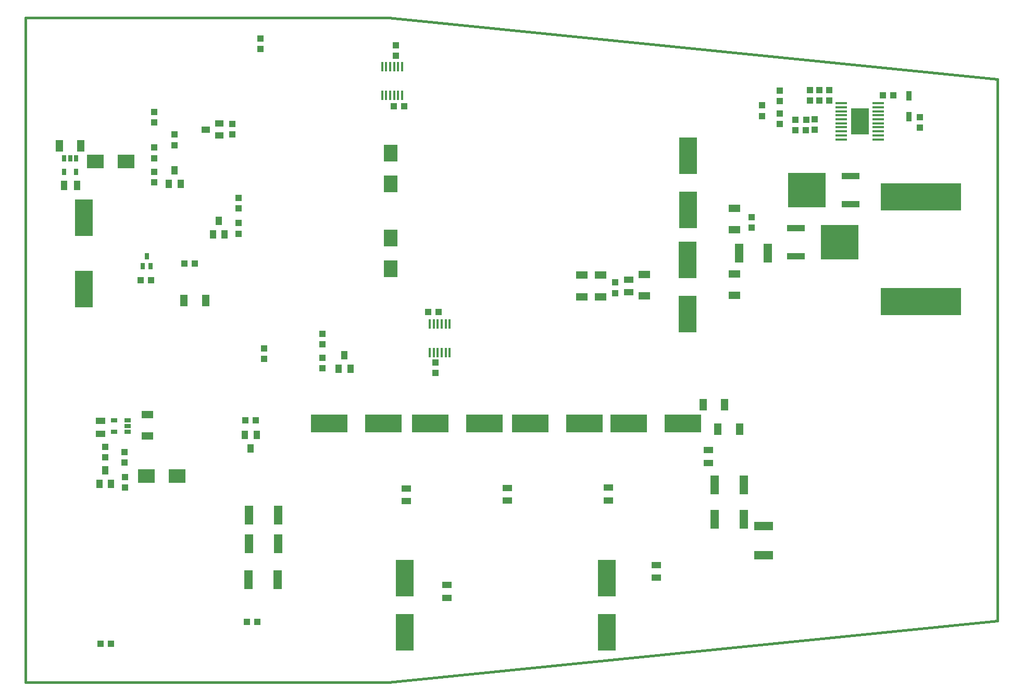
<source format=gtp>
G04 Layer_Color=8421504*
%FSLAX44Y44*%
%MOMM*%
G71*
G01*
G75*
%ADD10R,1.3000X1.9000*%
%ADD11R,1.9000X1.3000*%
%ADD12R,1.0000X1.0000*%
%ADD13R,1.5000X1.0000*%
%ADD14R,6.0000X3.0000*%
%ADD15R,3.0000X6.0000*%
%ADD16R,1.0000X1.0000*%
%ADD17R,1.0000X1.5000*%
%ADD18R,2.8000X2.2000*%
%ADD19R,1.0160X1.4224*%
%ADD20R,0.8128X1.6002*%
%ADD21R,2.2000X2.8000*%
%ADD22R,13.0000X4.5000*%
%ADD23R,2.9000X1.1000*%
%ADD24R,6.2000X5.7000*%
%ADD25R,1.4224X1.0160*%
%ADD26R,0.8000X1.0000*%
%ADD27R,1.1176X1.0160*%
%ADD28R,1.0160X1.1176*%
%ADD29R,1.4224X3.0734*%
%ADD30R,1.1176X0.6604*%
%ADD31R,1.9000X0.4200*%
%ADD32R,3.0000X4.2000*%
%ADD33R,0.4400X1.5500*%
%ADD34R,0.6604X1.1176*%
%ADD35R,3.0734X1.4224*%
%ADD38C,0.4000*%
D10*
X467500Y880000D02*
D03*
X502500D02*
D03*
X1335250Y671500D02*
D03*
X1370250D02*
D03*
X1311500Y711000D02*
D03*
X1346500D02*
D03*
X264500Y1132000D02*
D03*
X299500D02*
D03*
D11*
X1114000Y921500D02*
D03*
Y886500D02*
D03*
X1145000Y921500D02*
D03*
Y886500D02*
D03*
X407750Y695250D02*
D03*
Y660250D02*
D03*
X1362000Y923500D02*
D03*
Y888500D02*
D03*
X1216000Y922500D02*
D03*
Y887500D02*
D03*
X1362000Y995500D02*
D03*
Y1030500D02*
D03*
D12*
X339000Y625500D02*
D03*
Y642500D02*
D03*
X1168000Y909500D02*
D03*
Y892500D02*
D03*
X1390000Y1015500D02*
D03*
Y998500D02*
D03*
X1664000Y1178500D02*
D03*
Y1161500D02*
D03*
X812250Y1278250D02*
D03*
Y1295250D02*
D03*
X1500000Y1222500D02*
D03*
Y1205500D02*
D03*
X1485000D02*
D03*
Y1222500D02*
D03*
X1493000Y1175000D02*
D03*
Y1158000D02*
D03*
X876250Y762500D02*
D03*
Y779500D02*
D03*
X597250Y802750D02*
D03*
Y785750D02*
D03*
X452000Y1150000D02*
D03*
Y1133000D02*
D03*
D13*
X332000Y663750D02*
D03*
Y684750D02*
D03*
X993250Y554750D02*
D03*
Y575750D02*
D03*
X1157250Y555250D02*
D03*
Y576250D02*
D03*
X828500Y554000D02*
D03*
Y575000D02*
D03*
X1235000Y429500D02*
D03*
Y450500D02*
D03*
X895000Y397000D02*
D03*
Y418000D02*
D03*
X1190000Y893500D02*
D03*
Y914500D02*
D03*
X1320000Y616500D02*
D03*
Y637500D02*
D03*
D14*
X1190000Y680750D02*
D03*
X1278000D02*
D03*
X1030500D02*
D03*
X1118500D02*
D03*
X867500D02*
D03*
X955500D02*
D03*
X703750D02*
D03*
X791750D02*
D03*
D15*
X1155000Y429000D02*
D03*
Y341000D02*
D03*
X826500Y429000D02*
D03*
Y341000D02*
D03*
X1286000Y946000D02*
D03*
Y858000D02*
D03*
X1287000Y1028000D02*
D03*
Y1116000D02*
D03*
X305000Y899000D02*
D03*
Y1015000D02*
D03*
D16*
X825250Y1196250D02*
D03*
X808250D02*
D03*
X1603500Y1214000D02*
D03*
X1620500D02*
D03*
X485000Y940500D02*
D03*
X468000D02*
D03*
X1461500Y1157000D02*
D03*
X1478500D02*
D03*
X881500Y862000D02*
D03*
X864500D02*
D03*
D17*
X293750Y1067750D02*
D03*
X272750D02*
D03*
D18*
X406000Y595000D02*
D03*
X456000D02*
D03*
X373250Y1106500D02*
D03*
X323250D02*
D03*
D19*
X339500Y604676D02*
D03*
X349152Y582500D02*
D03*
X330000D02*
D03*
X524000Y1009926D02*
D03*
X533652Y987750D02*
D03*
X514500D02*
D03*
X728250Y791676D02*
D03*
X737902Y769500D02*
D03*
X718750D02*
D03*
X452250Y1091926D02*
D03*
X461902Y1069750D02*
D03*
X442750D02*
D03*
X576000Y639574D02*
D03*
X566348Y661750D02*
D03*
X585500D02*
D03*
D20*
X1646000Y1178982D02*
D03*
Y1213000D02*
D03*
D21*
X803000Y1070000D02*
D03*
Y1120000D02*
D03*
Y982000D02*
D03*
Y932000D02*
D03*
D22*
X1665000Y1049000D02*
D03*
Y879000D02*
D03*
D23*
X1462000Y998360D02*
D03*
Y952640D02*
D03*
X1551000Y1037000D02*
D03*
Y1082720D02*
D03*
D24*
X1533000Y975500D02*
D03*
X1480000Y1059860D02*
D03*
D25*
X503074Y1158250D02*
D03*
X525250Y1167902D02*
D03*
Y1148750D02*
D03*
D26*
X400500Y936500D02*
D03*
X413500D02*
D03*
X407000Y952500D02*
D03*
D27*
X371000Y634136D02*
D03*
Y617000D02*
D03*
X371250Y593386D02*
D03*
Y576250D02*
D03*
X1407000Y1180364D02*
D03*
Y1197500D02*
D03*
X1436000Y1167364D02*
D03*
Y1184500D02*
D03*
X556500Y1047136D02*
D03*
Y1030000D02*
D03*
X1516000Y1205364D02*
D03*
Y1222500D02*
D03*
X1436000Y1204364D02*
D03*
Y1221500D02*
D03*
X556250Y1006136D02*
D03*
Y989000D02*
D03*
X546250Y1167136D02*
D03*
Y1150000D02*
D03*
X591500Y1289364D02*
D03*
Y1306500D02*
D03*
X692750Y826136D02*
D03*
Y809000D02*
D03*
Y787386D02*
D03*
Y770250D02*
D03*
X418750Y1128886D02*
D03*
Y1111750D02*
D03*
X418750Y1089386D02*
D03*
Y1072250D02*
D03*
Y1186886D02*
D03*
Y1169750D02*
D03*
D28*
X349136Y322500D02*
D03*
X332000D02*
D03*
X1478636Y1174000D02*
D03*
X1461500D02*
D03*
X567364Y685750D02*
D03*
X584500D02*
D03*
X569364Y357750D02*
D03*
X586500D02*
D03*
X396864Y913250D02*
D03*
X414000D02*
D03*
D29*
X1377372Y525000D02*
D03*
X1330250D02*
D03*
X1377372Y580250D02*
D03*
X1330250D02*
D03*
X573128Y531250D02*
D03*
X620250D02*
D03*
X573378Y484500D02*
D03*
X620500D02*
D03*
X1416622Y957000D02*
D03*
X1369500D02*
D03*
X572128Y426500D02*
D03*
X619250D02*
D03*
D30*
X376000Y666750D02*
D03*
X353824D02*
D03*
X376000Y676250D02*
D03*
Y685902D02*
D03*
X353824D02*
D03*
D31*
X1536000Y1201000D02*
D03*
Y1194396D02*
D03*
Y1187792D02*
D03*
Y1181442D02*
D03*
Y1174838D02*
D03*
Y1168488D02*
D03*
Y1161884D02*
D03*
Y1155280D02*
D03*
Y1148930D02*
D03*
Y1142326D02*
D03*
X1596000Y1142326D02*
D03*
Y1148930D02*
D03*
Y1155280D02*
D03*
Y1161884D02*
D03*
Y1168488D02*
D03*
Y1174838D02*
D03*
Y1181442D02*
D03*
Y1187792D02*
D03*
Y1194396D02*
D03*
Y1201000D02*
D03*
D32*
X1566000Y1171650D02*
D03*
D33*
X822000Y1260250D02*
D03*
X815500D02*
D03*
X809000D02*
D03*
X802500D02*
D03*
X796000D02*
D03*
X789500D02*
D03*
X822000Y1213750D02*
D03*
X815500D02*
D03*
X809000D02*
D03*
X802500D02*
D03*
X796000D02*
D03*
X789500D02*
D03*
X866750Y795500D02*
D03*
X873250D02*
D03*
X879750D02*
D03*
X886250D02*
D03*
X892750D02*
D03*
X899250D02*
D03*
X866750Y842000D02*
D03*
X873250D02*
D03*
X879750D02*
D03*
X886250D02*
D03*
X892750D02*
D03*
X899250D02*
D03*
D34*
X292000Y1111500D02*
D03*
Y1089324D02*
D03*
X282500Y1111500D02*
D03*
X272848D02*
D03*
Y1089324D02*
D03*
D35*
X1409250Y513622D02*
D03*
Y466500D02*
D03*
D38*
X1790000Y360000D02*
Y1240000D01*
X800000Y1340000D02*
X1790000Y1240000D01*
X210000Y1340000D02*
X800000D01*
Y260000D02*
X1790000Y360000D01*
X210000Y260000D02*
X800000D01*
X210000D02*
Y1340000D01*
M02*

</source>
